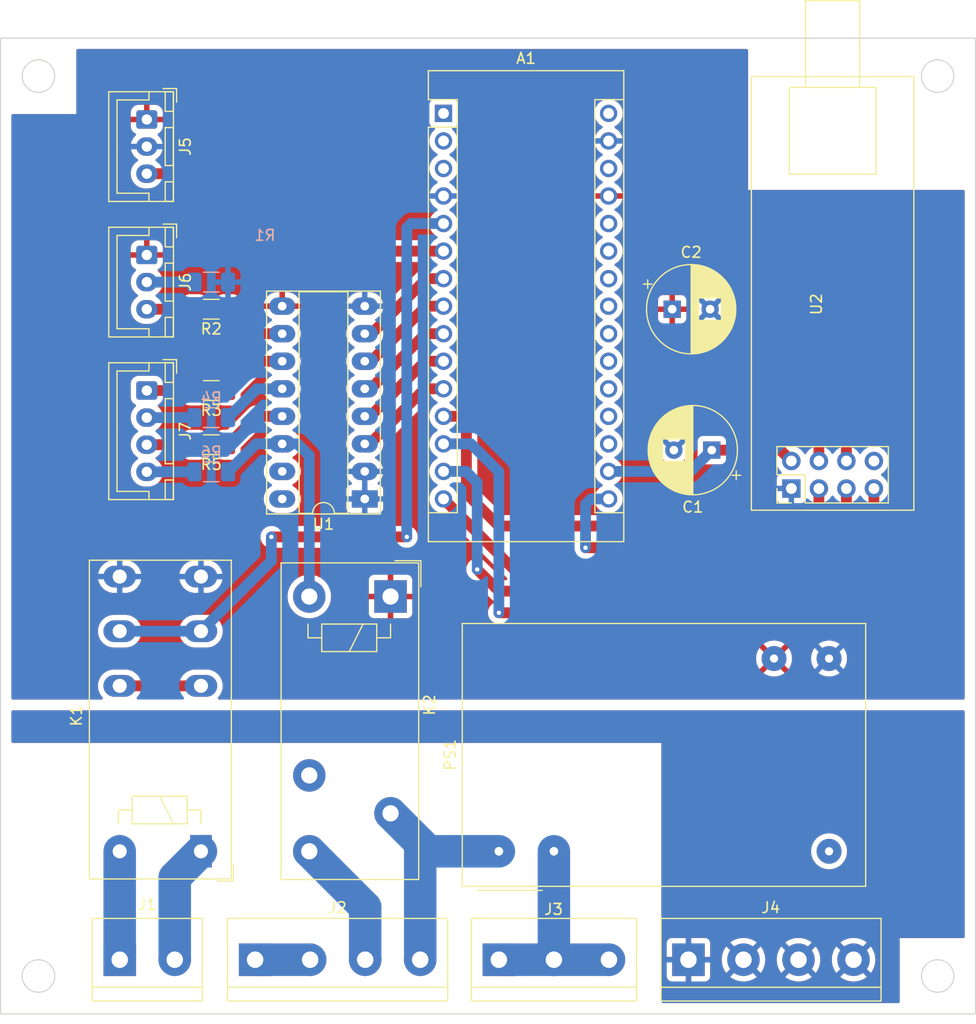
<source format=kicad_pcb>
(kicad_pcb (version 20211014) (generator pcbnew)
  (layers (0 "F.Cu" signal) (31 "B.Cu" signal) (34 "B.Paste" user) (35 "F.Paste" user) (36 "B.SilkS" user "B.Silkscreen") (37 "F.SilkS" user "F.Silkscreen") (38 "B.Mask" user) (39 "F.Mask" user) (44 "Edge.Cuts" user))
  (net 0 "")
  (net 4 "GND")
  (net 5 "/SONOFF_IN")
  (net 6 "Net-(A1-Pad5)")
  (net 7 "Net-(A1-Pad7)")
  (net 8 "Net-(A1-Pad8)")
  (net 9 "Net-(A1-Pad9)")
  (net 10 "Net-(A1-Pad10)")
  (net 11 "Net-(A1-Pad11)")
  (net 12 "Net-(A1-Pad12)")
  (net 13 "Net-(A1-Pad13)")
  (net 14 "Net-(A1-Pad14)")
  (net 15 "Net-(A1-Pad15)")
  (net 16 "Net-(A1-Pad16)")
  (net 17 "+3V3")
  (net 27 "+5V")
  (net 30 "Net-(J1-Pad1)")
  (net 31 "Net-(J1-Pad2)")
  (net 32 "/HEATING_PUMP_AC_L")
  (net 33 "/HEATING_VALVE_AC_L")
  (net 34 "/AC_L")
  (net 35 "/AC_N")
  (net 36 "/AC_PE")
  (net 37 "unconnected-(K1-Pad12)")
  (net 39 "/HEATING_VALVE_OUT")
  (net 41 "/SONOFF_OUT")
  (net 42 "/POOL_PUMP_OUT")
  (net 43 "/HEATING_ON_OUT")
  (net 44 "/HEATING_ERROR_OUT")
  (net 45 "Net-(J6-Pad2)")
  (net 47 "Net-(J6-Pad3)")
  (net 48 "Net-(J7-Pad1)")
  (net 49 "Net-(J7-Pad2)")
  (net 50 "Net-(J7-Pad3)")
  (net 51 "Net-(J7-Pad4)")
  (footprint "TerminalBlock:TerminalBlock_bornier-2_P5.08mm" (layer "F.Cu") (at 31 105)
    (fp_text reference "J1" (at 2.54 -5.08) (layer "F.SilkS"))
    (fp_text value "Screw_Terminal_01x02")
    (pad "1" thru_hole rect (at 0 0) (size 3 3) (drill 1.52) (layers *.Cu *.Mask) (net 30 "Net-(J1-Pad1)"))
    (pad "2" thru_hole circle (at 5.08 0) (size 3 3) (drill 1.52) (layers *.Cu *.Mask) (net 31 "Net-(J1-Pad2)"))
  )
  (footprint "Package_DIP:DIP-16_W7.62mm_Socket_LongPads" (layer "F.Cu") (at 53.62 62.5 180)
    (fp_text reference "U1" (at 3.81 -2.33) (layer "F.SilkS"))
    (fp_text value "ULN2003")
    (pad "1" thru_hole rect (at 0 0 180) (size 2.4 1.6) (drill 0.8) (layers *.Cu *.Mask) (net 4 "GND"))
    (pad "2" thru_hole oval (at 0 2.54 180) (size 2.4 1.6) (drill 0.8) (layers *.Cu *.Mask) (net 4 "GND"))
    (pad "3" thru_hole oval (at 0 5.08 180) (size 2.4 1.6) (drill 0.8) (layers *.Cu *.Mask) (net 11 "Net-(A1-Pad11)"))
    (pad "4" thru_hole oval (at 0 7.62 180) (size 2.4 1.6) (drill 0.8) (layers *.Cu *.Mask) (net 10 "Net-(A1-Pad10)"))
    (pad "5" thru_hole oval (at 0 10.16 180) (size 2.4 1.6) (drill 0.8) (layers *.Cu *.Mask) (net 9 "Net-(A1-Pad9)"))
    (pad "6" thru_hole oval (at 0 12.7 180) (size 2.4 1.6) (drill 0.8) (layers *.Cu *.Mask) (net 8 "Net-(A1-Pad8)"))
    (pad "7" thru_hole oval (at 0 15.24 180) (size 2.4 1.6) (drill 0.8) (layers *.Cu *.Mask) (net 7 "Net-(A1-Pad7)"))
    (pad "8" thru_hole oval (at 0 17.78 180) (size 2.4 1.6) (drill 0.8) (layers *.Cu *.Mask) (net 4 "GND"))
    (pad "9" thru_hole oval (at 7.62 17.78 180) (size 2.4 1.6) (drill 0.8) (layers *.Cu *.Mask) (net 27 "+5V"))
    (pad "10" thru_hole oval (at 7.62 15.24 180) (size 2.4 1.6) (drill 0.8) (layers *.Cu *.Mask) (net 41 "/SONOFF_OUT"))
    (pad "11" thru_hole oval (at 7.62 12.7 180) (size 2.4 1.6) (drill 0.8) (layers *.Cu *.Mask) (net 42 "/POOL_PUMP_OUT"))
    (pad "12" thru_hole oval (at 7.62 10.16 180) (size 2.4 1.6) (drill 0.8) (layers *.Cu *.Mask) (net 43 "/HEATING_ON_OUT"))
    (pad "13" thru_hole oval (at 7.62 7.62 180) (size 2.4 1.6) (drill 0.8) (layers *.Cu *.Mask) (net 44 "/HEATING_ERROR_OUT"))
    (pad "14" thru_hole oval (at 7.62 5.08 180) (size 2.4 1.6) (drill 0.8) (layers *.Cu *.Mask) (net 39 "/HEATING_VALVE_OUT"))
    (pad "15" thru_hole oval (at 7.62 2.54 180) (size 2.4 1.6) (drill 0.8) (layers *.Cu *.Mask))
    (pad "16" thru_hole oval (at 7.62 0 180) (size 2.4 1.6) (drill 0.8) (layers *.Cu *.Mask))
  )
  (footprint "Relay_THT:Relay_SPDT_Finder_40.31" (layer "F.Cu") (at 56 71.5 -90)
    (fp_text reference "K2" (at 10 -3.6 90) (layer "F.SilkS"))
    (fp_text value "OMRON G2RL-1 DC5")
    (pad "11" thru_hole circle (at 20 0 270) (size 3 3) (drill 1.5) (layers *.Cu *.Mask) (net 34 "/AC_L"))
    (pad "12" thru_hole circle (at 16.5 7.5 270) (size 3 3) (drill 1.5) (layers *.Cu *.Mask))
    (pad "14" thru_hole circle (at 23.5 7.5 270) (size 3 3) (drill 1.5) (layers *.Cu *.Mask) (net 33 "/HEATING_VALVE_AC_L"))
    (pad "A1" thru_hole rect (at 0 0 270) (size 3 3) (drill 1.5) (layers *.Cu *.Mask) (net 27 "+5V"))
    (pad "A2" thru_hole circle (at 0 7.5 270) (size 3 3) (drill 1.5) (layers *.Cu *.Mask) (net 39 "/HEATING_VALVE_OUT"))
  )
  (footprint "Relay_THT:Relay_SPDT_Schrack-RT1-16A-FormC_RM5mm" (layer "F.Cu") (at 38.5 95 90)
    (fp_text reference "K1" (at 12.5 -11.5 90) (layer "F.SilkS"))
    (fp_text value "RT314-AC230")
    (pad "11" thru_hole oval (at 20.3 -7.5 270) (size 2 3) (drill 1.3) (layers *.Cu *.Mask) (net 6 "Net-(A1-Pad5)"))
    (pad "11" thru_hole oval (at 20.3 0 270) (size 2 3) (drill 1.3) (layers *.Cu *.Mask) (net 6 "Net-(A1-Pad5)"))
    (pad "12" thru_hole oval (at 15.26 0 270) (size 2 3) (drill 1.3) (layers *.Cu *.Mask) (net 37 "unconnected-(K1-Pad12)"))
    (pad "12" thru_hole oval (at 15.26 -7.5 270) (size 2 3) (drill 1.3) (layers *.Cu *.Mask) (net 37 "unconnected-(K1-Pad12)"))
    (pad "14" thru_hole oval (at 25.34 -7.5 270) (size 2 3) (drill 1.3) (layers *.Cu *.Mask) (net 4 "GND"))
    (pad "14" thru_hole oval (at 25.34 0 270) (size 2 3) (drill 1.3) (layers *.Cu *.Mask) (net 4 "GND"))
    (pad "A1" thru_hole rect (at 0 0 270) (size 3 2) (drill 1.3) (layers *.Cu *.Mask) (net 31 "Net-(J1-Pad2)"))
    (pad "A2" thru_hole oval (at 0 -7.5 270) (size 3 2) (drill 1.3) (layers *.Cu *.Mask) (net 30 "Net-(J1-Pad1)"))
  )
  (footprint "Connector_JST:JST_XH_B4B-XH-A_1x04_P2.50mm_Vertical" (layer "F.Cu") (at 33.5 52.5 -90)
    (fp_text reference "J7" (at 3.75 -3.55 90) (layer "F.SilkS"))
    (fp_text value "Conn_01x04")
    (pad "1" thru_hole roundrect (at 0 0 270) (size 1.7 1.95) (drill 0.95) (layers *.Cu *.Mask) (roundrect_rratio 0.147059) (net 48 "Net-(J7-Pad1)"))
    (pad "2" thru_hole oval (at 2.5 0 270) (size 1.7 1.95) (drill 0.95) (layers *.Cu *.Mask) (net 49 "Net-(J7-Pad2)"))
    (pad "3" thru_hole oval (at 5 0 270) (size 1.7 1.95) (drill 0.95) (layers *.Cu *.Mask) (net 50 "Net-(J7-Pad3)"))
    (pad "4" thru_hole oval (at 7.5 0 270) (size 1.7 1.95) (drill 0.95) (layers *.Cu *.Mask) (net 51 "Net-(J7-Pad4)"))
  )
  (footprint "Connector_JST:JST_XH_B3B-XH-A_1x03_P2.50mm_Vertical" (layer "F.Cu") (at 33.5 40 -90)
    (fp_text reference "J6" (at 2.5 -3.55 90) (layer "F.SilkS"))
    (fp_text value "Conn_01x03")
    (pad "1" thru_hole roundrect (at 0 0 270) (size 1.7 1.95) (drill 0.95) (layers *.Cu *.Mask) (roundrect_rratio 0.147059) (net 27 "+5V"))
    (pad "2" thru_hole oval (at 2.5 0 270) (size 1.7 1.95) (drill 0.95) (layers *.Cu *.Mask) (net 45 "Net-(J6-Pad2)"))
    (pad "3" thru_hole oval (at 5 0 270) (size 1.7 1.95) (drill 0.95) (layers *.Cu *.Mask) (net 47 "Net-(J6-Pad3)"))
  )
  (footprint "TerminalBlock:TerminalBlock_bornier-4_P5.08mm" (layer "F.Cu") (at 43.5 105)
    (fp_text reference "J2" (at 7.6 -4.8) (layer "F.SilkS"))
    (fp_text value "Screw_Terminal_01x04")
    (pad "1" thru_hole rect (at 0 0) (size 3 3) (drill 1.52) (layers *.Cu *.Mask) (net 32 "/HEATING_PUMP_AC_L"))
    (pad "2" thru_hole circle (at 5.08 0) (size 3 3) (drill 1.52) (layers *.Cu *.Mask) (net 32 "/HEATING_PUMP_AC_L"))
    (pad "3" thru_hole circle (at 10.16 0) (size 3 3) (drill 1.52) (layers *.Cu *.Mask) (net 33 "/HEATING_VALVE_AC_L"))
    (pad "4" thru_hole circle (at 15.24 0) (size 3 3) (drill 1.52) (layers *.Cu *.Mask) (net 34 "/AC_L"))
  )
  (footprint "Resistor_SMD:R_1206_3216Metric_Pad1.30x1.75mm_HandSolder" (layer "F.Cu") (at 39.45 45 180)
    (fp_text reference "R2" (at 0 -1.82) (layer "F.SilkS"))
    (fp_text value "220")
    (pad "1" smd roundrect (at -1.55 0 180) (size 1.3 1.75) (layers "F.Cu" "F.Paste" "F.Mask") (roundrect_rratio 0.1923076923) (net 41 "/SONOFF_OUT"))
    (pad "2" smd roundrect (at 1.55 0 180) (size 1.3 1.75) (layers "F.Cu" "F.Paste" "F.Mask") (roundrect_rratio 0.1923076923) (net 47 "Net-(J6-Pad3)"))
  )
  (footprint "Connector_JST:JST_XH_B3B-XH-A_1x03_P2.50mm_Vertical" (layer "F.Cu") (at 33.5 27.5 -90)
    (fp_text reference "J5" (at 2.5 -3.55 -270) (layer "F.SilkS"))
    (fp_text value "Conn_01x03")
    (pad "1" thru_hole roundrect (at 0 0 270) (size 1.7 1.95) (drill 0.95) (layers *.Cu *.Mask) (roundrect_rratio 0.1470588235) (net 27 "+5V"))
    (pad "2" thru_hole oval (at 2.5 0 270) (size 1.7 1.95) (drill 0.95) (layers *.Cu *.Mask) (net 4 "GND"))
    (pad "3" thru_hole oval (at 5 0 270) (size 1.7 1.95) (drill 0.95) (layers *.Cu *.Mask) (net 5 "/SONOFF_IN"))
  )
  (footprint "Capacitor_THT:CP_Radial_D8.0mm_P3.50mm" (layer "F.Cu") (at 85.652651 58 180)
    (fp_text reference "C1" (at 1.75 -5.25) (layer "F.SilkS"))
    (fp_text value "47u")
    (pad "1" thru_hole rect (at 0 0 180) (size 1.6 1.6) (drill 0.8) (layers *.Cu *.Mask) (net 17 "+3V3"))
    (pad "2" thru_hole circle (at 3.5 0 180) (size 1.6 1.6) (drill 0.8) (layers *.Cu *.Mask) (net 4 "GND"))
  )
  (footprint "TerminalBlock:TerminalBlock_bornier-4_P5.08mm" (layer "F.Cu") (at 83.5 105)
    (fp_text reference "J4" (at 7.6 -4.8) (layer "F.SilkS"))
    (fp_text value "Screw_Terminal_01x04")
    (pad "1" thru_hole rect (at 0 0) (size 3 3) (drill 1.52) (layers *.Cu *.Mask) (net 36 "/AC_PE"))
    (pad "2" thru_hole circle (at 5.08 0) (size 3 3) (drill 1.52) (layers *.Cu *.Mask) (net 36 "/AC_PE"))
    (pad "3" thru_hole circle (at 10.16 0) (size 3 3) (drill 1.52) (layers *.Cu *.Mask) (net 36 "/AC_PE"))
    (pad "4" thru_hole circle (at 15.24 0) (size 3 3) (drill 1.52) (layers *.Cu *.Mask) (net 36 "/AC_PE"))
  )
  (footprint "project:NRF24" (layer "F.Cu") (at 96.81 63.54 90)
    (fp_text reference "U2" (at 19 -1.5 90 unlocked) (layer "F.SilkS"))
    (fp_text value "NRF24L01_Breakout")
    (pad "1" thru_hole rect (at 2 -3.81 90) (size 1.7 1.7) (drill 1) (layers *.Cu *.Mask) (net 4 "GND"))
    (pad "2" thru_hole oval (at 4.54 -3.81 90) (size 1.7 1.7) (drill 1) (layers *.Cu *.Mask) (net 17 "+3V3"))
    (pad "3" thru_hole oval (at 2 -1.27 90) (size 1.7 1.7) (drill 1) (layers *.Cu *.Mask) (net 12 "Net-(A1-Pad12)"))
    (pad "4" thru_hole oval (at 4.54 -1.27 90) (size 1.7 1.7) (drill 1) (layers *.Cu *.Mask) (net 13 "Net-(A1-Pad13)"))
    (pad "5" thru_hole oval (at 2 1.27 90) (size 1.7 1.7) (drill 1) (layers *.Cu *.Mask) (net 16 "Net-(A1-Pad16)"))
    (pad "6" thru_hole oval (at 4.54 1.27 90) (size 1.7 1.7) (drill 1) (layers *.Cu *.Mask) (net 14 "Net-(A1-Pad14)"))
    (pad "7" thru_hole oval (at 2 3.81 90) (size 1.7 1.7) (drill 1) (layers *.Cu *.Mask) (net 15 "Net-(A1-Pad15)"))
    (pad "8" thru_hole oval (at 4.54 3.81 90) (size 1.7 1.7) (drill 1) (layers *.Cu *.Mask))
  )
  (footprint "Module:Arduino_Nano" (layer "F.Cu") (at 60.89 26.94)
    (fp_text reference "A1" (at 7.62 -5.08) (layer "F.SilkS"))
    (fp_text value "Arduino_Nano_v3.x")
    (pad "1" thru_hole rect (at 0 0) (size 1.6 1.6) (drill 1) (layers *.Cu *.Mask))
    (pad "2" thru_hole oval (at 0 2.54) (size 1.6 1.6) (drill 1) (layers *.Cu *.Mask))
    (pad "3" thru_hole oval (at 0 5.08) (size 1.6 1.6) (drill 1) (layers *.Cu *.Mask))
    (pad "4" thru_hole oval (at 0 7.62) (size 1.6 1.6) (drill 1) (layers *.Cu *.Mask) (net 4 "GND"))
    (pad "5" thru_hole oval (at 0 10.16) (size 1.6 1.6) (drill 1) (layers *.Cu *.Mask) (net 6 "Net-(A1-Pad5)"))
    (pad "6" thru_hole oval (at 0 12.7) (size 1.6 1.6) (drill 1) (layers *.Cu *.Mask) (net 5 "/SONOFF_IN"))
    (pad "7" thru_hole oval (at 0 15.24) (size 1.6 1.6) (drill 1) (layers *.Cu *.Mask) (net 7 "Net-(A1-Pad7)"))
    (pad "8" thru_hole oval (at 0 17.78) (size 1.6 1.6) (drill 1) (layers *.Cu *.Mask) (net 8 "Net-(A1-Pad8)"))
    (pad "9" thru_hole oval (at 0 20.32) (size 1.6 1.6) (drill 1) (layers *.Cu *.Mask) (net 9 "Net-(A1-Pad9)"))
    (pad "10" thru_hole oval (at 0 22.86) (size 1.6 1.6) (drill 1) (layers *.Cu *.Mask) (net 10 "Net-(A1-Pad10)"))
    (pad "11" thru_hole oval (at 0 25.4) (size 1.6 1.6) (drill 1) (layers *.Cu *.Mask) (net 11 "Net-(A1-Pad11)"))
    (pad "12" thru_hole oval (at 0 27.94) (size 1.6 1.6) (drill 1) (layers *.Cu *.Mask) (net 12 "Net-(A1-Pad12)"))
    (pad "13" thru_hole oval (at 0 30.48) (size 1.6 1.6) (drill 1) (layers *.Cu *.Mask) (net 13 "Net-(A1-Pad13)"))
    (pad "14" thru_hole oval (at 0 33.02) (size 1.6 1.6) (drill 1) (layers *.Cu *.Mask) (net 14 "Net-(A1-Pad14)"))
    (pad "15" thru_hole oval (at 0 35.56) (size 1.6 1.6) (drill 1) (layers *.Cu *.Mask) (net 15 "Net-(A1-Pad15)"))
    (pad "16" thru_hole oval (at 15.24 35.56) (size 1.6 1.6) (drill 1) (layers *.Cu *.Mask) (net 16 "Net-(A1-Pad16)"))
    (pad "17" thru_hole oval (at 15.24 33.02) (size 1.6 1.6) (drill 1) (layers *.Cu *.Mask) (net 17 "+3V3"))
    (pad "18" thru_hole oval (at 15.24 30.48) (size 1.6 1.6) (drill 1) (layers *.Cu *.Mask))
    (pad "19" thru_hole oval (at 15.24 27.94) (size 1.6 1.6) (drill 1) (layers *.Cu *.Mask))
    (pad "20" thru_hole oval (at 15.24 25.4) (size 1.6 1.6) (drill 1) (layers *.Cu *.Mask))
    (pad "21" thru_hole oval (at 15.24 22.86) (size 1.6 1.6) (drill 1) (layers *.Cu *.Mask))
    (pad "22" thru_hole oval (at 15.24 20.32) (size 1.6 1.6) (drill 1) (layers *.Cu *.Mask))
    (pad "23" thru_hole oval (at 15.24 17.78) (size 1.6 1.6) (drill 1) (layers *.Cu *.Mask))
    (pad "24" thru_hole oval (at 15.24 15.24) (size 1.6 1.6) (drill 1) (layers *.Cu *.Mask))
    (pad "25" thru_hole oval (at 15.24 12.7) (size 1.6 1.6) (drill 1) (layers *.Cu *.Mask))
    (pad "26" thru_hole oval (at 15.24 10.16) (size 1.6 1.6) (drill 1) (layers *.Cu *.Mask))
    (pad "27" thru_hole oval (at 15.24 7.62) (size 1.6 1.6) (drill 1) (layers *.Cu *.Mask) (net 27 "+5V"))
    (pad "28" thru_hole oval (at 15.24 5.08) (size 1.6 1.6) (drill 1) (layers *.Cu *.Mask))
    (pad "29" thru_hole oval (at 15.24 2.54) (size 1.6 1.6) (drill 1) (layers *.Cu *.Mask) (net 4 "GND"))
    (pad "30" thru_hole oval (at 15.24 0) (size 1.6 1.6) (drill 1) (layers *.Cu *.Mask))
  )
  (footprint "Resistor_SMD:R_1206_3216Metric_Pad1.30x1.75mm_HandSolder" (layer "F.Cu") (at 39.45 57.5 180)
    (fp_text reference "R5" (at 0 -1.82) (layer "F.SilkS"))
    (fp_text value "220")
    (pad "1" smd roundrect (at -1.55 0 180) (size 1.3 1.75) (layers "F.Cu" "F.Paste" "F.Mask") (roundrect_rratio 0.1923076923) (net 44 "/HEATING_ERROR_OUT"))
    (pad "2" smd roundrect (at 1.55 0 180) (size 1.3 1.75) (layers "F.Cu" "F.Paste" "F.Mask") (roundrect_rratio 0.1923076923) (net 50 "Net-(J7-Pad3)"))
  )
  (footprint "Converter_ACDC:Converter_ACDC_MeanWell_IRM-03-xx_THT" (layer "F.Cu") (at 66 95 90)
    (fp_text reference "PS1" (at 8.89 -4.5 90) (layer "F.SilkS"))
    (fp_text value "IRM-03-5")
    (pad "1" thru_hole rect (at 0 0 90) (size 2.3 2) (drill 0.8) (layers *.Cu *.Mask) (net 34 "/AC_L"))
    (pad "3" thru_hole circle (at 0 5.08 90) (size 2.3 2.3) (drill 0.8) (layers *.Cu *.Mask) (net 35 "/AC_N"))
    (pad "5" thru_hole circle (at 0 30.48 90) (size 2.3 2.3) (drill 0.76) (layers *.Cu *.Mask))
    (pad "14" thru_hole circle (at 17.78 30.48 90) (size 2.3 2.3) (drill 0.76) (layers *.Cu *.Mask) (net 4 "GND"))
    (pad "16" thru_hole circle (at 17.78 25.4 90) (size 2.3 2.3) (drill 0.76) (layers *.Cu *.Mask) (net 27 "+5V"))
  )
  (footprint "TerminalBlock:TerminalBlock_bornier-3_P5.08mm" (layer "F.Cu") (at 66 105)
    (fp_text reference "J3" (at 5.05 -4.65) (layer "F.SilkS"))
    (fp_text value "Screw_Terminal_01x03")
    (pad "1" thru_hole rect (at 0 0) (size 3 3) (drill 1.52) (layers *.Cu *.Mask) (net 35 "/AC_N"))
    (pad "2" thru_hole circle (at 5.08 0) (size 3 3) (drill 1.52) (layers *.Cu *.Mask) (net 35 "/AC_N"))
    (pad "3" thru_hole circle (at 10.16 0) (size 3 3) (drill 1.52) (layers *.Cu *.Mask) (net 35 "/AC_N"))
  )
  (footprint "Capacitor_THT:CP_Radial_D8.0mm_P3.50mm" (layer "F.Cu") (at 82 45)
    (fp_text reference "C2" (at 1.75 -5.25) (layer "F.SilkS"))
    (fp_text value "47u")
    (pad "1" thru_hole rect (at 0 0) (size 1.6 1.6) (drill 0.8) (layers *.Cu *.Mask) (net 27 "+5V"))
    (pad "2" thru_hole circle (at 3.5 0) (size 1.6 1.6) (drill 0.8) (layers *.Cu *.Mask) (net 4 "GND"))
  )
  (footprint "Resistor_SMD:R_1206_3216Metric_Pad1.30x1.75mm_HandSolder" (layer "F.Cu") (at 39.45 52.5 180)
    (fp_text reference "R3" (at 0 -1.82) (layer "F.SilkS"))
    (fp_text value "220")
    (pad "1" smd roundrect (at -1.55 0 180) (size 1.3 1.75) (layers "F.Cu" "F.Paste" "F.Mask") (roundrect_rratio 0.1923076923) (net 42 "/POOL_PUMP_OUT"))
    (pad "2" smd roundrect (at 1.55 0 180) (size 1.3 1.75) (layers "F.Cu" "F.Paste" "F.Mask") (roundrect_rratio 0.1923076923) (net 48 "Net-(J7-Pad1)"))
  )
  (footprint "Resistor_SMD:R_1206_3216Metric_Pad1.30x1.75mm_HandSolder" (layer "B.Cu") (at 39.45 42.5 180)
    (fp_text reference "R1" (at -4.95 4.32) (layer "B.SilkS") (effects (justify mirror)))
    (fp_text value "220")
    (pad "1" smd roundrect (at -1.55 0 180) (size 1.3 1.75) (layers "B.Cu" "B.Paste" "B.Mask") (roundrect_rratio 0.1923076923) (net 4 "GND"))
    (pad "2" smd roundrect (at 1.55 0 180) (size 1.3 1.75) (layers "B.Cu" "B.Paste" "B.Mask") (roundrect_rratio 0.1923076923) (net 45 "Net-(J6-Pad2)"))
  )
  (footprint "Resistor_SMD:R_1206_3216Metric_Pad1.30x1.75mm_HandSolder" (layer "B.Cu") (at 39.45 55 180)
    (fp_text reference "R4" (at 0 1.82) (layer "B.SilkS") (effects (justify mirror)))
    (fp_text value "220")
    (pad "1" smd roundrect (at -1.55 0 180) (size 1.3 1.75) (layers "B.Cu" "B.Paste" "B.Mask") (roundrect_rratio 0.1923076923) (net 43 "/HEATING_ON_OUT"))
    (pad "2" smd roundrect (at 1.55 0 180) (size 1.3 1.75) (layers "B.Cu" "B.Paste" "B.Mask") (roundrect_rratio 0.1923076923) (net 49 "Net-(J7-Pad2)"))
  )
  (footprint "Resistor_SMD:R_1206_3216Metric_Pad1.30x1.75mm_HandSolder" (layer "B.Cu") (at 39.45 60 180)
    (fp_text reference "R6" (at 0 1.82) (layer "B.SilkS") (effects (justify mirror)))
    (fp_text value "220")
    (pad "1" smd roundrect (at -1.55 0 180) (size 1.3 1.75) (layers "B.Cu" "B.Paste" "B.Mask") (roundrect_rratio 0.1923076923) (net 39 "/HEATING_VALVE_OUT"))
    (pad "2" smd roundrect (at 1.55 0 180) (size 1.3 1.75) (layers "B.Cu" "B.Paste" "B.Mask") (roundrect_rratio 0.1923076923) (net 51 "Net-(J7-Pad4)"))
  )
  (gr_circle (center 23.5 106.5) (end 22 106.5) (layer "Edge.Cuts") (width 0.1) (fill none))
  (gr_line (start 20 20) (end 110 20) (layer "Edge.Cuts") (width 0.1))
  (gr_circle (center 106.5 23.5) (end 108 23.5) (layer "Edge.Cuts") (width 0.1) (fill none))
  (gr_line (start 110 110) (end 20 110) (layer "Edge.Cuts") (width 0.1))
  (gr_circle (center 106.5 106.5) (end 108 106.5) (layer "Edge.Cuts") (width 0.1) (fill none))
  (gr_circle (center 23.5 23.5) (end 22 23.5) (layer "Edge.Cuts") (width 0.1) (fill none))
  (gr_line (start 20 110) (end 20 20) (layer "Edge.Cuts") (width 0.1))
  (gr_line (start 110 20) (end 110 110) (layer "Edge.Cuts") (width 0.1))
  (segment (start 43.5 32.5) (end 33.5 32.5) (width 1) (layer "F.Cu") (net 5))
  (segment (start 60.89 39.64) (end 50.64 39.64) (width 1) (layer "F.Cu") (net 5))
  (segment (start 50.64 39.64) (end 43.5 32.5) (width 1) (layer "F.Cu") (net 5))
  (segment (start 57.5 66) (end 45 66) (width 1) (layer "F.Cu") (net 6))
  (via (at 45 66) (size 0.8) (drill 0.4) (layers "F.Cu" "B.Cu") (net 6))
  (via (at 57.5 66) (size 0.8) (drill 0.4) (layers "F.Cu" "B.Cu") (net 6))
  (segment (start 57.5 37.5) (end 57.9 37.1) (width 1) (layer "B.Cu") (net 6))
  (segment (start 45 68.2) (end 38.5 74.7) (width 1) (layer "B.Cu") (net 6))
  (segment (start 57.5 66) (end 57.5 37.5) (width 1) (layer "B.Cu") (net 6))
  (segment (start 38.5 74.7) (end 31 74.7) (width 1) (layer "B.Cu") (net 6))
  (segment (start 45 66) (end 45 68.2) (width 1) (layer "B.Cu") (net 6))
  (segment (start 57.9 37.1) (end 60.89 37.1) (width 1) (layer "B.Cu") (net 6))
  (segment (start 53.62 47.26) (end 54.24 47.26) (width 1) (layer "F.Cu") (net 7))
  (segment (start 59.32 42.18) (end 60.89 42.18) (width 1) (layer "F.Cu") (net 7))
  (segment (start 54.24 47.26) (end 59.32 42.18) (width 1) (layer "F.Cu") (net 7))
  (segment (start 59.28 44.72) (end 60.89 44.72) (width 1) (layer "F.Cu") (net 8))
  (segment (start 54.2 49.8) (end 59.28 44.72) (width 1) (layer "F.Cu") (net 8))
  (segment (start 53.62 49.8) (end 54.2 49.8) (width 1) (layer "F.Cu") (net 8))
  (segment (start 59.24 47.26) (end 60.89 47.26) (width 1) (layer "F.Cu") (net 9))
  (segment (start 54.16 52.34) (end 59.24 47.26) (width 1) (layer "F.Cu") (net 9))
  (segment (start 53.62 52.34) (end 54.16 52.34) (width 1) (layer "F.Cu") (net 9))
  (segment (start 54.12 54.88) (end 59.2 49.8) (width 1) (layer "F.Cu") (net 10))
  (segment (start 53.62 54.88) (end 54.12 54.88) (width 1) (layer "F.Cu") (net 10))
  (segment (start 59.2 49.8) (end 60.89 49.8) (width 1) (layer "F.Cu") (net 10))
  (segment (start 53.62 57.42) (end 54.08 57.42) (width 1) (layer "F.Cu") (net 11))
  (segment (start 54.08 57.42) (end 59.16 52.34) (width 1) (layer "F.Cu") (net 11))
  (segment (start 59.16 52.34) (end 60.89 52.34) (width 1) (layer "F.Cu") (net 11))
  (segment (start 62.88 54.88) (end 63 55) (width 1) (layer "F.Cu") (net 12))
  (segment (start 63 55) (end 63 62) (width 1) (layer "F.Cu") (net 12))
  (segment (start 60.89 54.88) (end 62.88 54.88) (width 1) (layer "F.Cu") (net 12))
  (segment (start 95 65) (end 95.54 64.46) (width 1) (layer "F.Cu") (net 12))
  (segment (start 66 65) (end 95 65) (width 1) (layer "F.Cu") (net 12))
  (segment (start 63 62) (end 66 65) (width 1) (layer "F.Cu") (net 12))
  (segment (start 95.54 64.46) (end 95.54 61.54) (width 1) (layer "F.Cu") (net 12))
  (segment (start 97 55) (end 98 54) (width 1) (layer "F.Cu") (net 13))
  (segment (start 98 54) (end 103 54) (width 1) (layer "F.Cu") (net 13))
  (segment (start 99 73) (end 96 73) (width 1) (layer "F.Cu") (net 13))
  (segment (start 103 54) (end 105 56) (width 1) (layer "F.Cu") (net 13))
  (segment (start 96 73) (end 66 73) (width 1) (layer "F.Cu") (net 13))
  (segment (start 105 67) (end 99 73) (width 1) (layer "F.Cu") (net 13))
  (segment (start 105 56) (end 105 67) (width 1) (layer "F.Cu") (net 13))
  (segment (start 95.54 56.46) (end 97 55) (width 1) (layer "F.Cu") (net 13))
  (segment (start 95.54 59) (end 95.54 56.46) (width 1) (layer "F.Cu") (net 13))
  (via (at 66 73) (size 0.8) (drill 0.4) (layers "F.Cu" "B.Cu") (net 13))
  (segment (start 63.42 57.42) (end 60.89 57.42) (width 1) (layer "B.Cu") (net 13))
  (segment (start 66 73) (end 66 60) (width 1) (layer "B.Cu") (net 13))
  (segment (start 66 60) (end 63.42 57.42) (width 1) (layer "B.Cu") (net 13))
  (segment (start 102 56) (end 103 57) (width 1) (layer "F.Cu") (net 14))
  (segment (start 98 57) (end 99 56) (width 1) (layer "F.Cu") (net 14))
  (segment (start 98.08 59) (end 98.08 57.08) (width 1) (layer "F.Cu") (net 14))
  (segment (start 103 57) (end 103 66) (width 1) (layer "F.Cu") (net 14))
  (segment (start 103 66) (end 98 71) (width 1) (layer "F.Cu") (net 14))
  (segment (start 98 71) (end 66 71) (width 1) (layer "F.Cu") (net 14))
  (segment (start 66 71) (end 64 69) (width 1) (layer "F.Cu") (net 14))
  (segment (start 98.08 57.08) (end 98 57) (width 1) (layer "F.Cu") (net 14))
  (segment (start 99 56) (end 102 56) (width 1) (layer "F.Cu") (net 14))
  (via (at 64 69) (size 0.8) (drill 0.4) (layers "F.Cu" "B.Cu") (net 14))
  (segment (start 62.96 59.96) (end 60.89 59.96) (width 1) (layer "B.Cu") (net 14))
  (segment (start 64 69) (end 64 61) (width 1) (layer "B.Cu") (net 14))
  (segment (start 64 61) (end 62.96 59.96) (width 1) (layer "B.Cu") (net 14))
  (segment (start 67.39 69) (end 60.89 62.5) (width 1) (layer "F.Cu") (net 15))
  (segment (start 100.62 61.54) (end 100.62 65.38) (width 1) (layer "F.Cu") (net 15))
  (segment (start 97 69) (end 67.39 69) (width 1) (layer "F.Cu") (net 15))
  (segment (start 100.62 65.38) (end 97 69) (width 1) (layer "F.Cu") (net 15))
  (segment (start 98.08 64.92) (end 96 67) (width 1) (layer "F.Cu") (net 16))
  (segment (start 98.08 61.54) (end 98.08 64.92) (width 1) (layer "F.Cu") (net 16))
  (segment (start 74 67) (end 96 67) (width 1) (layer "F.Cu") (net 16))
  (via (at 74 67) (size 0.8) (drill 0.4) (layers "F.Cu" "B.Cu") (net 16))
  (segment (start 74 63) (end 74 67) (width 1) (layer "B.Cu") (net 16))
  (segment (start 76.13 62.5) (end 74.5 62.5) (width 1) (layer "B.Cu") (net 16))
  (segment (start 74.5 62.5) (end 74 63) (width 1) (layer "B.Cu") (net 16))
  (segment (start 85.652651 58) (end 92 58) (width 1) (layer "F.Cu") (net 17))
  (segment (start 92 58) (end 93 59) (width 1) (layer "F.Cu") (net 17))
  (segment (start 83.692651 59.96) (end 85.652651 58) (width 1) (layer "B.Cu") (net 17))
  (segment (start 76.13 59.96) (end 83.692651 59.96) (width 1) (layer "B.Cu") (net 17))
  (segment (start 31 105) (end 31 95) (width 3) (layer "B.Cu") (net 30))
  (segment (start 36.08 97.42) (end 38.5 95) (width 3) (layer "B.Cu") (net 31))
  (segment (start 36.08 105) (end 36.08 97.42) (width 3) (layer "B.Cu") (net 31))
  (segment (start 48.58 105) (end 43.5 105) (width 3) (layer "B.Cu") (net 32))
  (segment (start 53.66 100.16) (end 48.5 95) (width 3) (layer "B.Cu") (net 33))
  (segment (start 53.66 105) (end 53.66 100.16) (width 3) (layer "B.Cu") (net 33))
  (segment (start 58.74 105) (end 58.74 94.24) (width 3) (layer "B.Cu") (net 34))
  (segment (start 59.5 95) (end 58.74 94.24) (width 3) (layer "B.Cu") (net 34))
  (segment (start 58.74 94.24) (end 56 91.5) (width 3) (layer "B.Cu") (net 34))
  (segment (start 66 95) (end 59.5 95) (width 3) (layer "B.Cu") (net 34))
  (segment (start 66 105) (end 71.08 105) (width 3) (layer "B.Cu") (net 35))
  (segment (start 71.08 105) (end 71.08 95) (width 3) (layer "B.Cu") (net 35))
  (segment (start 71.08 105) (end 76.16 105) (width 3) (layer "B.Cu") (net 35))
  (segment (start 38.5 79.74) (end 31 79.74) (width 1) (layer "F.Cu") (net 37))
  (segment (start 48.5 58.5) (end 47.42 57.42) (width 1) (layer "B.Cu") (net 39))
  (segment (start 43.58 57.42) (end 46 57.42) (width 1) (layer "B.Cu") (net 39))
  (segment (start 41 60) (end 43.58 57.42) (width 1) (layer "B.Cu") (net 39))
  (segment (start 47.42 57.42) (end 46 57.42) (width 1) (layer "B.Cu") (net 39))
  (segment (start 48.5 71.5) (end 48.5 58.5) (width 1) (layer "B.Cu") (net 39))
  (segment (start 43.26 47.26) (end 41 45) (width 1) (layer "F.Cu") (net 41))
  (segment (start 46 47.26) (end 43.26 47.26) (width 1) (layer "F.Cu") (net 41))
  (segment (start 43.7 49.8) (end 46 49.8) (width 1) (layer "F.Cu") (net 42))
  (segment (start 41 52.5) (end 43.7 49.8) (width 1) (layer "F.Cu") (net 42))
  (segment (start 43.66 52.34) (end 46 52.34) (width 1) (layer "B.Cu") (net 43))
  (segment (start 41 55) (end 43.66 52.34) (width 1) (layer "B.Cu") (net 43))
  (segment (start 41 57.5) (end 43.62 54.88) (width 1) (layer "F.Cu") (net 44))
  (segment (start 43.62 54.88) (end 46 54.88) (width 1) (layer "F.Cu") (net 44))
  (segment (start 37.9 42.5) (end 33.5 42.5) (width 1) (layer "B.Cu") (net 45))
  (segment (start 37.9 45) (end 33.5 45) (width 1) (layer "F.Cu") (net 47))
  (segment (start 37.9 52.5) (end 33.5 52.5) (width 1) (layer "F.Cu") (net 48))
  (segment (start 37.9 55) (end 33.5 55) (width 1) (layer "B.Cu") (net 49))
  (segment (start 37.9 57.5) (end 33.5 57.5) (width 1) (layer "F.Cu") (net 50))
  (segment (start 37.9 60) (end 33.5 60) (width 1) (layer "B.Cu") (net 51))
  (zone (net 27) (net_name "+5V") (layer "F.Cu") (connect_pads (clearance 0.508)) (min_thickness 0.254) (fill yes (thermal_gap 0.508) (thermal_bridge_width 0.508))
    (polygon (pts (xy 89 34) (xy 109 34) (xy 109 81) (xy 21 81) (xy 21 27) (xy 27 27) (xy 27 21) (xy 89 21)))
  )
  (zone (net 36) (net_name "/AC_PE") (layer "F.Cu") (connect_pads (clearance 0.508)) (min_thickness 0.254) (fill yes (thermal_gap 0.508) (thermal_bridge_width 0.508))
    (polygon (pts (xy 109 103) (xy 103 103) (xy 103 109) (xy 81 109) (xy 81 85) (xy 21 85) (xy 21 82) (xy 109 82)))
  )
  (zone (net 4) (net_name "GND") (layer "B.Cu") (connect_pads (clearance 0.508)) (min_thickness 0.254) (fill yes (thermal_gap 0.508) (thermal_bridge_width 0.508))
    (polygon (pts (xy 89 34) (xy 109 34) (xy 109 81) (xy 21 81) (xy 21 27) (xy 27 27) (xy 27 21) (xy 89 21)))
  )
  (zone (net 36) (net_name "/AC_PE") (layer "B.Cu") (connect_pads (clearance 0.508)) (min_thickness 0.254) (fill yes (thermal_gap 0.508) (thermal_bridge_width 0.508))
    (polygon (pts (xy 109 103) (xy 103 103) (xy 103 109) (xy 81 109) (xy 81 85) (xy 21 85) (xy 21 82) (xy 109 82)))
  )
)
</source>
